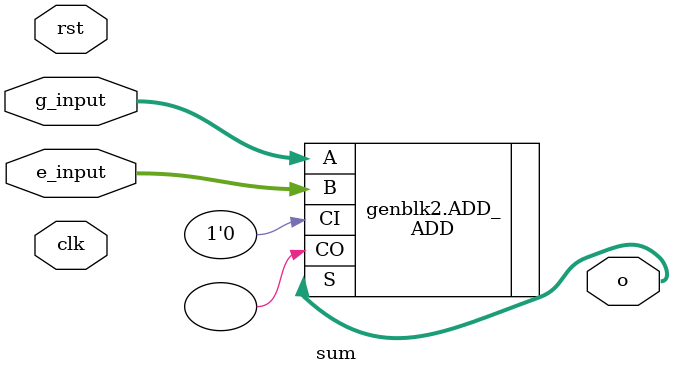
<source format=v>
`timescale 1ns / 1ps
module sum
#(
	parameter N=8,
	parameter CC=1 //increase CC for sequential design
)
( 
	clk,
	rst,
	g_input,
	e_input,
	o
);
	input clk, rst;
	input  [N/CC-1:0] g_input;
	input  [N/CC-1:0] e_input;
	output [N/CC-1:0] o;
	

	reg carry_on; 
	wire carry_on_d;


	generate
	if(CC>1)
	begin
		always@(posedge clk or posedge rst)
		begin
			if(rst)
				carry_on <= 0;
			else
				carry_on <= carry_on_d;
		end
	end
	endgenerate

	generate
	if(CC>1)
	begin
		//assign {carry_on_d, o} = g_input + e_input + carry_on;
		ADD 
		#(
			.N(N/CC)
		)
		ADD_
		(
			.A(g_input),
			.B(e_input),
			.CI(carry_on),
			.S(o),
			.CO(carry_on_d)
		);
	end
	else
	begin
		//assign o = g_input + e_input;
		ADD 
		#(
			.N(N/CC)
		)
		ADD_
		(
			.A(g_input),
			.B(e_input),
			.CI(1'b0),
			.S(o),
			.CO()
		);
	end
	endgenerate
endmodule


</source>
